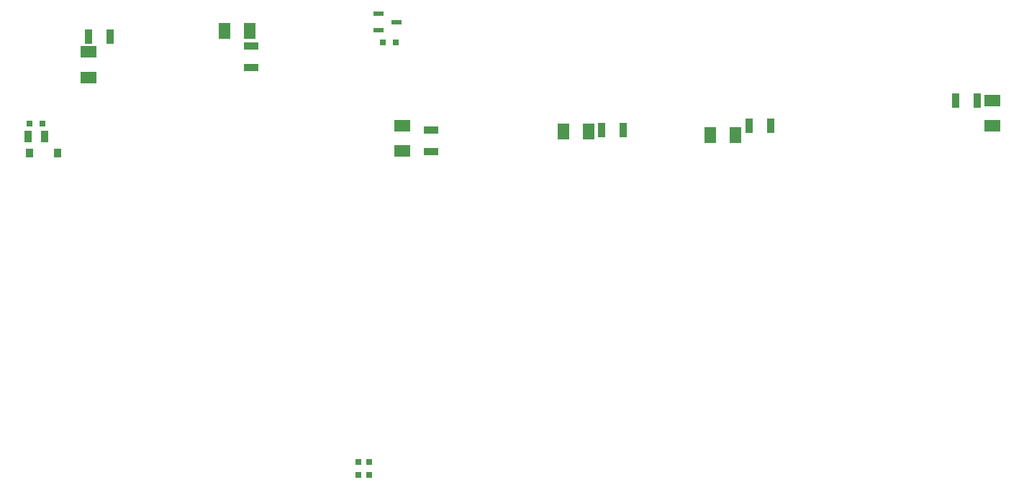
<source format=gbp>
G04*
G04 #@! TF.GenerationSoftware,Altium Limited,Altium Designer,20.0.13 (296)*
G04*
G04 Layer_Color=128*
%FSLAX43Y43*%
%MOMM*%
G71*
G01*
G75*
%ADD21R,0.848X1.348*%
%ADD25R,0.808X1.118*%
%ADD27R,1.698X0.948*%
%ADD28R,0.948X1.698*%
%ADD29R,0.748X0.748*%
%ADD38R,1.148X0.498*%
%ADD46R,0.748X0.748*%
%ADD155R,1.858X1.318*%
%ADD156R,1.318X1.858*%
D21*
X17676Y78594D02*
D03*
X15726D02*
D03*
D25*
X15913Y76700D02*
D03*
X19183D02*
D03*
D27*
X63115Y79386D02*
D03*
Y76836D02*
D03*
X41979Y89293D02*
D03*
Y86743D02*
D03*
D28*
X124883Y82869D02*
D03*
X127433D02*
D03*
X83198Y79338D02*
D03*
X85748D02*
D03*
X25400Y90424D02*
D03*
X22850D02*
D03*
X100596Y79914D02*
D03*
X103146D02*
D03*
D29*
X54610Y38709D02*
D03*
Y40259D02*
D03*
X55880Y40285D02*
D03*
Y38735D02*
D03*
D38*
X57005Y91162D02*
D03*
Y93062D02*
D03*
X59105Y92112D02*
D03*
D46*
X15875Y80137D02*
D03*
X17425D02*
D03*
X59017Y89729D02*
D03*
X57467D02*
D03*
D155*
X59799Y76886D02*
D03*
Y79866D02*
D03*
X129160Y82853D02*
D03*
Y79873D02*
D03*
X22860Y85598D02*
D03*
Y88578D02*
D03*
D156*
X78739Y79190D02*
D03*
X81719D02*
D03*
X41831Y91024D02*
D03*
X38851D02*
D03*
X98960Y78802D02*
D03*
X95980D02*
D03*
M02*

</source>
